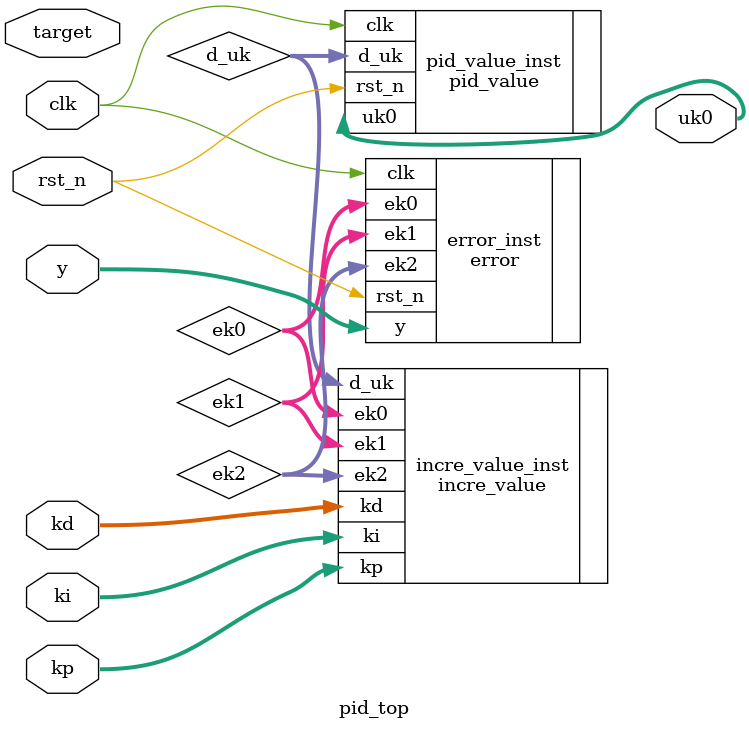
<source format=v>


module pid_top (

    input clk,                          // 时钟信号
    input rst_n,                        // 复位信号
    input signed [9:0] target,          // 目标值
    input signed [9:0] y,               // 实际输出值

    input [3:0] kp,
    input [3:0] ki,
    input [3:0] kd,
    
    output signed [14:0] uk0            // pid 输出值
);


wire signed [9:0] ek0;
wire signed [9:0] ek1;
wire signed [9:0] ek2;

error error_inst(
    .clk(clk),
    .rst_n(rst_n),
    .y(y),
    .ek0(ek0),
    .ek1(ek1),
    .ek2(ek2)
);

wire signed [14:0] d_uk; // pid 增量
incre_value incre_value_inst(
    .ek0(ek0),
    .ek1(ek1),
    .ek2(ek2),
    .kp(kp),
    .ki(ki),
    .kd(kd),
    .d_uk(d_uk)
);

pid_value pid_value_inst(

    .clk(clk),
    .rst_n(rst_n),
    .d_uk(d_uk),
    .uk0(uk0)
);

endmodule



</source>
